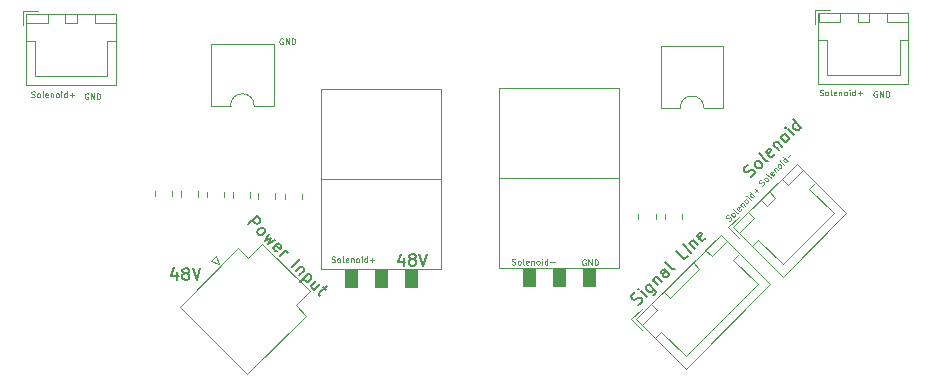
<source format=gbr>
%TF.GenerationSoftware,KiCad,Pcbnew,7.0.9*%
%TF.CreationDate,2024-12-16T15:20:58+09:00*%
%TF.ProjectId,kicker,6b69636b-6572-42e6-9b69-6361645f7063,rev?*%
%TF.SameCoordinates,Original*%
%TF.FileFunction,Legend,Top*%
%TF.FilePolarity,Positive*%
%FSLAX46Y46*%
G04 Gerber Fmt 4.6, Leading zero omitted, Abs format (unit mm)*
G04 Created by KiCad (PCBNEW 7.0.9) date 2024-12-16 15:20:58*
%MOMM*%
%LPD*%
G01*
G04 APERTURE LIST*
%ADD10C,0.125000*%
%ADD11C,0.150000*%
%ADD12C,0.120000*%
G04 APERTURE END LIST*
D10*
X193609047Y-73688619D02*
X193561428Y-73664809D01*
X193561428Y-73664809D02*
X193489999Y-73664809D01*
X193489999Y-73664809D02*
X193418571Y-73688619D01*
X193418571Y-73688619D02*
X193370952Y-73736238D01*
X193370952Y-73736238D02*
X193347142Y-73783857D01*
X193347142Y-73783857D02*
X193323333Y-73879095D01*
X193323333Y-73879095D02*
X193323333Y-73950523D01*
X193323333Y-73950523D02*
X193347142Y-74045761D01*
X193347142Y-74045761D02*
X193370952Y-74093380D01*
X193370952Y-74093380D02*
X193418571Y-74141000D01*
X193418571Y-74141000D02*
X193489999Y-74164809D01*
X193489999Y-74164809D02*
X193537618Y-74164809D01*
X193537618Y-74164809D02*
X193609047Y-74141000D01*
X193609047Y-74141000D02*
X193632856Y-74117190D01*
X193632856Y-74117190D02*
X193632856Y-73950523D01*
X193632856Y-73950523D02*
X193537618Y-73950523D01*
X193847142Y-74164809D02*
X193847142Y-73664809D01*
X193847142Y-73664809D02*
X194132856Y-74164809D01*
X194132856Y-74164809D02*
X194132856Y-73664809D01*
X194370952Y-74164809D02*
X194370952Y-73664809D01*
X194370952Y-73664809D02*
X194490000Y-73664809D01*
X194490000Y-73664809D02*
X194561428Y-73688619D01*
X194561428Y-73688619D02*
X194609047Y-73736238D01*
X194609047Y-73736238D02*
X194632857Y-73783857D01*
X194632857Y-73783857D02*
X194656666Y-73879095D01*
X194656666Y-73879095D02*
X194656666Y-73950523D01*
X194656666Y-73950523D02*
X194632857Y-74045761D01*
X194632857Y-74045761D02*
X194609047Y-74093380D01*
X194609047Y-74093380D02*
X194561428Y-74141000D01*
X194561428Y-74141000D02*
X194490000Y-74164809D01*
X194490000Y-74164809D02*
X194370952Y-74164809D01*
D11*
X178195714Y-73558152D02*
X178195714Y-74224819D01*
X177957619Y-73177200D02*
X177719524Y-73891485D01*
X177719524Y-73891485D02*
X178338571Y-73891485D01*
X178862381Y-73653390D02*
X178767143Y-73605771D01*
X178767143Y-73605771D02*
X178719524Y-73558152D01*
X178719524Y-73558152D02*
X178671905Y-73462914D01*
X178671905Y-73462914D02*
X178671905Y-73415295D01*
X178671905Y-73415295D02*
X178719524Y-73320057D01*
X178719524Y-73320057D02*
X178767143Y-73272438D01*
X178767143Y-73272438D02*
X178862381Y-73224819D01*
X178862381Y-73224819D02*
X179052857Y-73224819D01*
X179052857Y-73224819D02*
X179148095Y-73272438D01*
X179148095Y-73272438D02*
X179195714Y-73320057D01*
X179195714Y-73320057D02*
X179243333Y-73415295D01*
X179243333Y-73415295D02*
X179243333Y-73462914D01*
X179243333Y-73462914D02*
X179195714Y-73558152D01*
X179195714Y-73558152D02*
X179148095Y-73605771D01*
X179148095Y-73605771D02*
X179052857Y-73653390D01*
X179052857Y-73653390D02*
X178862381Y-73653390D01*
X178862381Y-73653390D02*
X178767143Y-73701009D01*
X178767143Y-73701009D02*
X178719524Y-73748628D01*
X178719524Y-73748628D02*
X178671905Y-73843866D01*
X178671905Y-73843866D02*
X178671905Y-74034342D01*
X178671905Y-74034342D02*
X178719524Y-74129580D01*
X178719524Y-74129580D02*
X178767143Y-74177200D01*
X178767143Y-74177200D02*
X178862381Y-74224819D01*
X178862381Y-74224819D02*
X179052857Y-74224819D01*
X179052857Y-74224819D02*
X179148095Y-74177200D01*
X179148095Y-74177200D02*
X179195714Y-74129580D01*
X179195714Y-74129580D02*
X179243333Y-74034342D01*
X179243333Y-74034342D02*
X179243333Y-73843866D01*
X179243333Y-73843866D02*
X179195714Y-73748628D01*
X179195714Y-73748628D02*
X179148095Y-73701009D01*
X179148095Y-73701009D02*
X179052857Y-73653390D01*
X179529048Y-73224819D02*
X179862381Y-74224819D01*
X179862381Y-74224819D02*
X180195714Y-73224819D01*
D10*
X167969047Y-54988619D02*
X167921428Y-54964809D01*
X167921428Y-54964809D02*
X167849999Y-54964809D01*
X167849999Y-54964809D02*
X167778571Y-54988619D01*
X167778571Y-54988619D02*
X167730952Y-55036238D01*
X167730952Y-55036238D02*
X167707142Y-55083857D01*
X167707142Y-55083857D02*
X167683333Y-55179095D01*
X167683333Y-55179095D02*
X167683333Y-55250523D01*
X167683333Y-55250523D02*
X167707142Y-55345761D01*
X167707142Y-55345761D02*
X167730952Y-55393380D01*
X167730952Y-55393380D02*
X167778571Y-55441000D01*
X167778571Y-55441000D02*
X167849999Y-55464809D01*
X167849999Y-55464809D02*
X167897618Y-55464809D01*
X167897618Y-55464809D02*
X167969047Y-55441000D01*
X167969047Y-55441000D02*
X167992856Y-55417190D01*
X167992856Y-55417190D02*
X167992856Y-55250523D01*
X167992856Y-55250523D02*
X167897618Y-55250523D01*
X168207142Y-55464809D02*
X168207142Y-54964809D01*
X168207142Y-54964809D02*
X168492856Y-55464809D01*
X168492856Y-55464809D02*
X168492856Y-54964809D01*
X168730952Y-55464809D02*
X168730952Y-54964809D01*
X168730952Y-54964809D02*
X168850000Y-54964809D01*
X168850000Y-54964809D02*
X168921428Y-54988619D01*
X168921428Y-54988619D02*
X168969047Y-55036238D01*
X168969047Y-55036238D02*
X168992857Y-55083857D01*
X168992857Y-55083857D02*
X169016666Y-55179095D01*
X169016666Y-55179095D02*
X169016666Y-55250523D01*
X169016666Y-55250523D02*
X168992857Y-55345761D01*
X168992857Y-55345761D02*
X168969047Y-55393380D01*
X168969047Y-55393380D02*
X168921428Y-55441000D01*
X168921428Y-55441000D02*
X168850000Y-55464809D01*
X168850000Y-55464809D02*
X168730952Y-55464809D01*
X146688572Y-59918500D02*
X146760000Y-59942309D01*
X146760000Y-59942309D02*
X146879048Y-59942309D01*
X146879048Y-59942309D02*
X146926667Y-59918500D01*
X146926667Y-59918500D02*
X146950476Y-59894690D01*
X146950476Y-59894690D02*
X146974286Y-59847071D01*
X146974286Y-59847071D02*
X146974286Y-59799452D01*
X146974286Y-59799452D02*
X146950476Y-59751833D01*
X146950476Y-59751833D02*
X146926667Y-59728023D01*
X146926667Y-59728023D02*
X146879048Y-59704214D01*
X146879048Y-59704214D02*
X146783810Y-59680404D01*
X146783810Y-59680404D02*
X146736191Y-59656595D01*
X146736191Y-59656595D02*
X146712381Y-59632785D01*
X146712381Y-59632785D02*
X146688572Y-59585166D01*
X146688572Y-59585166D02*
X146688572Y-59537547D01*
X146688572Y-59537547D02*
X146712381Y-59489928D01*
X146712381Y-59489928D02*
X146736191Y-59466119D01*
X146736191Y-59466119D02*
X146783810Y-59442309D01*
X146783810Y-59442309D02*
X146902857Y-59442309D01*
X146902857Y-59442309D02*
X146974286Y-59466119D01*
X147260000Y-59942309D02*
X147212381Y-59918500D01*
X147212381Y-59918500D02*
X147188571Y-59894690D01*
X147188571Y-59894690D02*
X147164762Y-59847071D01*
X147164762Y-59847071D02*
X147164762Y-59704214D01*
X147164762Y-59704214D02*
X147188571Y-59656595D01*
X147188571Y-59656595D02*
X147212381Y-59632785D01*
X147212381Y-59632785D02*
X147260000Y-59608976D01*
X147260000Y-59608976D02*
X147331428Y-59608976D01*
X147331428Y-59608976D02*
X147379047Y-59632785D01*
X147379047Y-59632785D02*
X147402857Y-59656595D01*
X147402857Y-59656595D02*
X147426666Y-59704214D01*
X147426666Y-59704214D02*
X147426666Y-59847071D01*
X147426666Y-59847071D02*
X147402857Y-59894690D01*
X147402857Y-59894690D02*
X147379047Y-59918500D01*
X147379047Y-59918500D02*
X147331428Y-59942309D01*
X147331428Y-59942309D02*
X147260000Y-59942309D01*
X147712381Y-59942309D02*
X147664762Y-59918500D01*
X147664762Y-59918500D02*
X147640952Y-59870880D01*
X147640952Y-59870880D02*
X147640952Y-59442309D01*
X148093333Y-59918500D02*
X148045714Y-59942309D01*
X148045714Y-59942309D02*
X147950476Y-59942309D01*
X147950476Y-59942309D02*
X147902857Y-59918500D01*
X147902857Y-59918500D02*
X147879048Y-59870880D01*
X147879048Y-59870880D02*
X147879048Y-59680404D01*
X147879048Y-59680404D02*
X147902857Y-59632785D01*
X147902857Y-59632785D02*
X147950476Y-59608976D01*
X147950476Y-59608976D02*
X148045714Y-59608976D01*
X148045714Y-59608976D02*
X148093333Y-59632785D01*
X148093333Y-59632785D02*
X148117143Y-59680404D01*
X148117143Y-59680404D02*
X148117143Y-59728023D01*
X148117143Y-59728023D02*
X147879048Y-59775642D01*
X148331428Y-59608976D02*
X148331428Y-59942309D01*
X148331428Y-59656595D02*
X148355238Y-59632785D01*
X148355238Y-59632785D02*
X148402857Y-59608976D01*
X148402857Y-59608976D02*
X148474285Y-59608976D01*
X148474285Y-59608976D02*
X148521904Y-59632785D01*
X148521904Y-59632785D02*
X148545714Y-59680404D01*
X148545714Y-59680404D02*
X148545714Y-59942309D01*
X148855238Y-59942309D02*
X148807619Y-59918500D01*
X148807619Y-59918500D02*
X148783809Y-59894690D01*
X148783809Y-59894690D02*
X148760000Y-59847071D01*
X148760000Y-59847071D02*
X148760000Y-59704214D01*
X148760000Y-59704214D02*
X148783809Y-59656595D01*
X148783809Y-59656595D02*
X148807619Y-59632785D01*
X148807619Y-59632785D02*
X148855238Y-59608976D01*
X148855238Y-59608976D02*
X148926666Y-59608976D01*
X148926666Y-59608976D02*
X148974285Y-59632785D01*
X148974285Y-59632785D02*
X148998095Y-59656595D01*
X148998095Y-59656595D02*
X149021904Y-59704214D01*
X149021904Y-59704214D02*
X149021904Y-59847071D01*
X149021904Y-59847071D02*
X148998095Y-59894690D01*
X148998095Y-59894690D02*
X148974285Y-59918500D01*
X148974285Y-59918500D02*
X148926666Y-59942309D01*
X148926666Y-59942309D02*
X148855238Y-59942309D01*
X149236190Y-59942309D02*
X149236190Y-59608976D01*
X149236190Y-59442309D02*
X149212381Y-59466119D01*
X149212381Y-59466119D02*
X149236190Y-59489928D01*
X149236190Y-59489928D02*
X149260000Y-59466119D01*
X149260000Y-59466119D02*
X149236190Y-59442309D01*
X149236190Y-59442309D02*
X149236190Y-59489928D01*
X149688571Y-59942309D02*
X149688571Y-59442309D01*
X149688571Y-59918500D02*
X149640952Y-59942309D01*
X149640952Y-59942309D02*
X149545714Y-59942309D01*
X149545714Y-59942309D02*
X149498095Y-59918500D01*
X149498095Y-59918500D02*
X149474285Y-59894690D01*
X149474285Y-59894690D02*
X149450476Y-59847071D01*
X149450476Y-59847071D02*
X149450476Y-59704214D01*
X149450476Y-59704214D02*
X149474285Y-59656595D01*
X149474285Y-59656595D02*
X149498095Y-59632785D01*
X149498095Y-59632785D02*
X149545714Y-59608976D01*
X149545714Y-59608976D02*
X149640952Y-59608976D01*
X149640952Y-59608976D02*
X149688571Y-59632785D01*
X149926666Y-59751833D02*
X150307619Y-59751833D01*
X150117142Y-59942309D02*
X150117142Y-59561357D01*
D11*
X198045835Y-77520032D02*
X198180522Y-77452689D01*
X198180522Y-77452689D02*
X198348880Y-77284330D01*
X198348880Y-77284330D02*
X198382552Y-77183315D01*
X198382552Y-77183315D02*
X198382552Y-77115971D01*
X198382552Y-77115971D02*
X198348880Y-77014956D01*
X198348880Y-77014956D02*
X198281537Y-76947612D01*
X198281537Y-76947612D02*
X198180522Y-76913941D01*
X198180522Y-76913941D02*
X198113178Y-76913941D01*
X198113178Y-76913941D02*
X198012163Y-76947612D01*
X198012163Y-76947612D02*
X197843804Y-77048628D01*
X197843804Y-77048628D02*
X197742789Y-77082299D01*
X197742789Y-77082299D02*
X197675445Y-77082299D01*
X197675445Y-77082299D02*
X197574430Y-77048628D01*
X197574430Y-77048628D02*
X197507087Y-76981284D01*
X197507087Y-76981284D02*
X197473415Y-76880269D01*
X197473415Y-76880269D02*
X197473415Y-76812925D01*
X197473415Y-76812925D02*
X197507087Y-76711910D01*
X197507087Y-76711910D02*
X197675445Y-76543551D01*
X197675445Y-76543551D02*
X197810132Y-76476208D01*
X198786613Y-76846597D02*
X198315209Y-76375193D01*
X198079506Y-76139490D02*
X198079506Y-76206834D01*
X198079506Y-76206834D02*
X198146850Y-76206834D01*
X198146850Y-76206834D02*
X198146850Y-76139490D01*
X198146850Y-76139490D02*
X198079506Y-76139490D01*
X198079506Y-76139490D02*
X198146850Y-76206834D01*
X198954972Y-75735430D02*
X199527391Y-76307849D01*
X199527391Y-76307849D02*
X199561063Y-76408865D01*
X199561063Y-76408865D02*
X199561063Y-76476208D01*
X199561063Y-76476208D02*
X199527391Y-76577223D01*
X199527391Y-76577223D02*
X199426376Y-76678239D01*
X199426376Y-76678239D02*
X199325361Y-76711910D01*
X199392704Y-76173162D02*
X199359033Y-76274178D01*
X199359033Y-76274178D02*
X199224346Y-76408865D01*
X199224346Y-76408865D02*
X199123330Y-76442536D01*
X199123330Y-76442536D02*
X199055987Y-76442536D01*
X199055987Y-76442536D02*
X198954972Y-76408865D01*
X198954972Y-76408865D02*
X198752941Y-76206834D01*
X198752941Y-76206834D02*
X198719269Y-76105819D01*
X198719269Y-76105819D02*
X198719269Y-76038475D01*
X198719269Y-76038475D02*
X198752941Y-75937460D01*
X198752941Y-75937460D02*
X198887628Y-75802773D01*
X198887628Y-75802773D02*
X198988643Y-75769101D01*
X199291689Y-75398712D02*
X199763094Y-75870117D01*
X199359033Y-75466055D02*
X199359033Y-75398712D01*
X199359033Y-75398712D02*
X199392704Y-75297697D01*
X199392704Y-75297697D02*
X199493720Y-75196681D01*
X199493720Y-75196681D02*
X199594735Y-75163010D01*
X199594735Y-75163010D02*
X199695750Y-75196681D01*
X199695750Y-75196681D02*
X200066140Y-75567071D01*
X200705903Y-74927307D02*
X200335514Y-74556918D01*
X200335514Y-74556918D02*
X200234498Y-74523246D01*
X200234498Y-74523246D02*
X200133483Y-74556918D01*
X200133483Y-74556918D02*
X199998796Y-74691605D01*
X199998796Y-74691605D02*
X199965124Y-74792620D01*
X200672231Y-74893636D02*
X200638559Y-74994651D01*
X200638559Y-74994651D02*
X200470201Y-75163010D01*
X200470201Y-75163010D02*
X200369185Y-75196681D01*
X200369185Y-75196681D02*
X200268170Y-75163010D01*
X200268170Y-75163010D02*
X200200827Y-75095666D01*
X200200827Y-75095666D02*
X200167155Y-74994651D01*
X200167155Y-74994651D02*
X200200827Y-74893636D01*
X200200827Y-74893636D02*
X200369185Y-74725277D01*
X200369185Y-74725277D02*
X200402857Y-74624262D01*
X201143636Y-74489575D02*
X201042620Y-74523246D01*
X201042620Y-74523246D02*
X200941605Y-74489575D01*
X200941605Y-74489575D02*
X200335514Y-73883483D01*
X202288476Y-73344735D02*
X201951758Y-73681452D01*
X201951758Y-73681452D02*
X201244651Y-72974345D01*
X202524178Y-73109032D02*
X201817071Y-72401925D01*
X202389491Y-72300910D02*
X202860895Y-72772315D01*
X202456834Y-72368254D02*
X202456834Y-72300910D01*
X202456834Y-72300910D02*
X202490506Y-72199895D01*
X202490506Y-72199895D02*
X202591521Y-72098880D01*
X202591521Y-72098880D02*
X202692537Y-72065208D01*
X202692537Y-72065208D02*
X202793552Y-72098880D01*
X202793552Y-72098880D02*
X203163941Y-72469269D01*
X203736361Y-71829506D02*
X203702689Y-71930521D01*
X203702689Y-71930521D02*
X203568002Y-72065208D01*
X203568002Y-72065208D02*
X203466987Y-72098880D01*
X203466987Y-72098880D02*
X203365972Y-72065208D01*
X203365972Y-72065208D02*
X203096598Y-71795834D01*
X203096598Y-71795834D02*
X203062926Y-71694819D01*
X203062926Y-71694819D02*
X203096598Y-71593804D01*
X203096598Y-71593804D02*
X203231285Y-71459117D01*
X203231285Y-71459117D02*
X203332300Y-71425445D01*
X203332300Y-71425445D02*
X203433315Y-71459117D01*
X203433315Y-71459117D02*
X203500659Y-71526460D01*
X203500659Y-71526460D02*
X203231285Y-71930521D01*
X165051608Y-70674819D02*
X165758714Y-69967712D01*
X165758714Y-69967712D02*
X166028088Y-70237086D01*
X166028088Y-70237086D02*
X166061760Y-70338101D01*
X166061760Y-70338101D02*
X166061760Y-70405445D01*
X166061760Y-70405445D02*
X166028088Y-70506460D01*
X166028088Y-70506460D02*
X165927073Y-70607475D01*
X165927073Y-70607475D02*
X165826058Y-70641147D01*
X165826058Y-70641147D02*
X165758714Y-70641147D01*
X165758714Y-70641147D02*
X165657699Y-70607475D01*
X165657699Y-70607475D02*
X165388325Y-70338101D01*
X165859730Y-71482941D02*
X165826058Y-71381926D01*
X165826058Y-71381926D02*
X165826058Y-71314582D01*
X165826058Y-71314582D02*
X165859730Y-71213567D01*
X165859730Y-71213567D02*
X166061760Y-71011536D01*
X166061760Y-71011536D02*
X166162775Y-70977865D01*
X166162775Y-70977865D02*
X166230119Y-70977865D01*
X166230119Y-70977865D02*
X166331134Y-71011536D01*
X166331134Y-71011536D02*
X166432149Y-71112552D01*
X166432149Y-71112552D02*
X166465821Y-71213567D01*
X166465821Y-71213567D02*
X166465821Y-71280910D01*
X166465821Y-71280910D02*
X166432149Y-71381926D01*
X166432149Y-71381926D02*
X166230119Y-71583956D01*
X166230119Y-71583956D02*
X166129104Y-71617628D01*
X166129104Y-71617628D02*
X166061760Y-71617628D01*
X166061760Y-71617628D02*
X165960745Y-71583956D01*
X165960745Y-71583956D02*
X165859730Y-71482941D01*
X166802539Y-71482941D02*
X166465821Y-72089033D01*
X166465821Y-72089033D02*
X166937226Y-71887002D01*
X166937226Y-71887002D02*
X166735195Y-72358407D01*
X166735195Y-72358407D02*
X167341287Y-72021689D01*
X167442302Y-72998170D02*
X167341287Y-72964498D01*
X167341287Y-72964498D02*
X167206600Y-72829811D01*
X167206600Y-72829811D02*
X167172928Y-72728796D01*
X167172928Y-72728796D02*
X167206600Y-72627781D01*
X167206600Y-72627781D02*
X167475974Y-72358406D01*
X167475974Y-72358406D02*
X167576989Y-72324735D01*
X167576989Y-72324735D02*
X167678004Y-72358406D01*
X167678004Y-72358406D02*
X167812691Y-72493093D01*
X167812691Y-72493093D02*
X167846363Y-72594109D01*
X167846363Y-72594109D02*
X167812691Y-72695124D01*
X167812691Y-72695124D02*
X167745348Y-72762468D01*
X167745348Y-72762468D02*
X167341287Y-72493093D01*
X167745348Y-73368559D02*
X168216752Y-72897155D01*
X168082065Y-73031842D02*
X168183081Y-72998170D01*
X168183081Y-72998170D02*
X168250424Y-72998170D01*
X168250424Y-72998170D02*
X168351439Y-73031842D01*
X168351439Y-73031842D02*
X168418783Y-73099185D01*
X168721829Y-74345040D02*
X169428936Y-73637934D01*
X169529951Y-74210353D02*
X169058546Y-74681758D01*
X169462607Y-74277697D02*
X169529951Y-74277697D01*
X169529951Y-74277697D02*
X169630966Y-74311368D01*
X169630966Y-74311368D02*
X169731981Y-74412384D01*
X169731981Y-74412384D02*
X169765653Y-74513399D01*
X169765653Y-74513399D02*
X169731981Y-74614414D01*
X169731981Y-74614414D02*
X169361592Y-74984803D01*
X170169714Y-74850116D02*
X169462607Y-75557223D01*
X170136042Y-74883788D02*
X170237058Y-74917460D01*
X170237058Y-74917460D02*
X170371745Y-75052147D01*
X170371745Y-75052147D02*
X170405416Y-75153162D01*
X170405416Y-75153162D02*
X170405416Y-75220506D01*
X170405416Y-75220506D02*
X170371745Y-75321521D01*
X170371745Y-75321521D02*
X170169714Y-75523551D01*
X170169714Y-75523551D02*
X170068699Y-75557223D01*
X170068699Y-75557223D02*
X170001355Y-75557223D01*
X170001355Y-75557223D02*
X169900340Y-75523551D01*
X169900340Y-75523551D02*
X169765653Y-75388864D01*
X169765653Y-75388864D02*
X169731981Y-75287849D01*
X171112523Y-75792925D02*
X170641119Y-76264330D01*
X170809477Y-75489880D02*
X170439088Y-75860269D01*
X170439088Y-75860269D02*
X170405416Y-75961284D01*
X170405416Y-75961284D02*
X170439088Y-76062299D01*
X170439088Y-76062299D02*
X170540103Y-76163315D01*
X170540103Y-76163315D02*
X170641119Y-76196986D01*
X170641119Y-76196986D02*
X170708462Y-76196986D01*
X171348226Y-76028628D02*
X171617600Y-76298002D01*
X171684943Y-75893941D02*
X171078852Y-76500032D01*
X171078852Y-76500032D02*
X171045180Y-76601048D01*
X171045180Y-76601048D02*
X171078852Y-76702063D01*
X171078852Y-76702063D02*
X171146195Y-76769406D01*
D10*
X213418572Y-59768500D02*
X213490000Y-59792309D01*
X213490000Y-59792309D02*
X213609048Y-59792309D01*
X213609048Y-59792309D02*
X213656667Y-59768500D01*
X213656667Y-59768500D02*
X213680476Y-59744690D01*
X213680476Y-59744690D02*
X213704286Y-59697071D01*
X213704286Y-59697071D02*
X213704286Y-59649452D01*
X213704286Y-59649452D02*
X213680476Y-59601833D01*
X213680476Y-59601833D02*
X213656667Y-59578023D01*
X213656667Y-59578023D02*
X213609048Y-59554214D01*
X213609048Y-59554214D02*
X213513810Y-59530404D01*
X213513810Y-59530404D02*
X213466191Y-59506595D01*
X213466191Y-59506595D02*
X213442381Y-59482785D01*
X213442381Y-59482785D02*
X213418572Y-59435166D01*
X213418572Y-59435166D02*
X213418572Y-59387547D01*
X213418572Y-59387547D02*
X213442381Y-59339928D01*
X213442381Y-59339928D02*
X213466191Y-59316119D01*
X213466191Y-59316119D02*
X213513810Y-59292309D01*
X213513810Y-59292309D02*
X213632857Y-59292309D01*
X213632857Y-59292309D02*
X213704286Y-59316119D01*
X213990000Y-59792309D02*
X213942381Y-59768500D01*
X213942381Y-59768500D02*
X213918571Y-59744690D01*
X213918571Y-59744690D02*
X213894762Y-59697071D01*
X213894762Y-59697071D02*
X213894762Y-59554214D01*
X213894762Y-59554214D02*
X213918571Y-59506595D01*
X213918571Y-59506595D02*
X213942381Y-59482785D01*
X213942381Y-59482785D02*
X213990000Y-59458976D01*
X213990000Y-59458976D02*
X214061428Y-59458976D01*
X214061428Y-59458976D02*
X214109047Y-59482785D01*
X214109047Y-59482785D02*
X214132857Y-59506595D01*
X214132857Y-59506595D02*
X214156666Y-59554214D01*
X214156666Y-59554214D02*
X214156666Y-59697071D01*
X214156666Y-59697071D02*
X214132857Y-59744690D01*
X214132857Y-59744690D02*
X214109047Y-59768500D01*
X214109047Y-59768500D02*
X214061428Y-59792309D01*
X214061428Y-59792309D02*
X213990000Y-59792309D01*
X214442381Y-59792309D02*
X214394762Y-59768500D01*
X214394762Y-59768500D02*
X214370952Y-59720880D01*
X214370952Y-59720880D02*
X214370952Y-59292309D01*
X214823333Y-59768500D02*
X214775714Y-59792309D01*
X214775714Y-59792309D02*
X214680476Y-59792309D01*
X214680476Y-59792309D02*
X214632857Y-59768500D01*
X214632857Y-59768500D02*
X214609048Y-59720880D01*
X214609048Y-59720880D02*
X214609048Y-59530404D01*
X214609048Y-59530404D02*
X214632857Y-59482785D01*
X214632857Y-59482785D02*
X214680476Y-59458976D01*
X214680476Y-59458976D02*
X214775714Y-59458976D01*
X214775714Y-59458976D02*
X214823333Y-59482785D01*
X214823333Y-59482785D02*
X214847143Y-59530404D01*
X214847143Y-59530404D02*
X214847143Y-59578023D01*
X214847143Y-59578023D02*
X214609048Y-59625642D01*
X215061428Y-59458976D02*
X215061428Y-59792309D01*
X215061428Y-59506595D02*
X215085238Y-59482785D01*
X215085238Y-59482785D02*
X215132857Y-59458976D01*
X215132857Y-59458976D02*
X215204285Y-59458976D01*
X215204285Y-59458976D02*
X215251904Y-59482785D01*
X215251904Y-59482785D02*
X215275714Y-59530404D01*
X215275714Y-59530404D02*
X215275714Y-59792309D01*
X215585238Y-59792309D02*
X215537619Y-59768500D01*
X215537619Y-59768500D02*
X215513809Y-59744690D01*
X215513809Y-59744690D02*
X215490000Y-59697071D01*
X215490000Y-59697071D02*
X215490000Y-59554214D01*
X215490000Y-59554214D02*
X215513809Y-59506595D01*
X215513809Y-59506595D02*
X215537619Y-59482785D01*
X215537619Y-59482785D02*
X215585238Y-59458976D01*
X215585238Y-59458976D02*
X215656666Y-59458976D01*
X215656666Y-59458976D02*
X215704285Y-59482785D01*
X215704285Y-59482785D02*
X215728095Y-59506595D01*
X215728095Y-59506595D02*
X215751904Y-59554214D01*
X215751904Y-59554214D02*
X215751904Y-59697071D01*
X215751904Y-59697071D02*
X215728095Y-59744690D01*
X215728095Y-59744690D02*
X215704285Y-59768500D01*
X215704285Y-59768500D02*
X215656666Y-59792309D01*
X215656666Y-59792309D02*
X215585238Y-59792309D01*
X215966190Y-59792309D02*
X215966190Y-59458976D01*
X215966190Y-59292309D02*
X215942381Y-59316119D01*
X215942381Y-59316119D02*
X215966190Y-59339928D01*
X215966190Y-59339928D02*
X215990000Y-59316119D01*
X215990000Y-59316119D02*
X215966190Y-59292309D01*
X215966190Y-59292309D02*
X215966190Y-59339928D01*
X216418571Y-59792309D02*
X216418571Y-59292309D01*
X216418571Y-59768500D02*
X216370952Y-59792309D01*
X216370952Y-59792309D02*
X216275714Y-59792309D01*
X216275714Y-59792309D02*
X216228095Y-59768500D01*
X216228095Y-59768500D02*
X216204285Y-59744690D01*
X216204285Y-59744690D02*
X216180476Y-59697071D01*
X216180476Y-59697071D02*
X216180476Y-59554214D01*
X216180476Y-59554214D02*
X216204285Y-59506595D01*
X216204285Y-59506595D02*
X216228095Y-59482785D01*
X216228095Y-59482785D02*
X216275714Y-59458976D01*
X216275714Y-59458976D02*
X216370952Y-59458976D01*
X216370952Y-59458976D02*
X216418571Y-59482785D01*
X216656666Y-59601833D02*
X217037619Y-59601833D01*
X216847142Y-59792309D02*
X216847142Y-59411357D01*
X208579574Y-67435462D02*
X208646917Y-67401790D01*
X208646917Y-67401790D02*
X208731097Y-67317611D01*
X208731097Y-67317611D02*
X208747933Y-67267103D01*
X208747933Y-67267103D02*
X208747933Y-67233431D01*
X208747933Y-67233431D02*
X208731097Y-67182924D01*
X208731097Y-67182924D02*
X208697425Y-67149252D01*
X208697425Y-67149252D02*
X208646917Y-67132416D01*
X208646917Y-67132416D02*
X208613246Y-67132416D01*
X208613246Y-67132416D02*
X208562738Y-67149252D01*
X208562738Y-67149252D02*
X208478559Y-67199760D01*
X208478559Y-67199760D02*
X208428051Y-67216596D01*
X208428051Y-67216596D02*
X208394379Y-67216596D01*
X208394379Y-67216596D02*
X208343872Y-67199760D01*
X208343872Y-67199760D02*
X208310200Y-67166088D01*
X208310200Y-67166088D02*
X208293364Y-67115580D01*
X208293364Y-67115580D02*
X208293364Y-67081909D01*
X208293364Y-67081909D02*
X208310200Y-67031401D01*
X208310200Y-67031401D02*
X208394379Y-66947222D01*
X208394379Y-66947222D02*
X208461723Y-66913550D01*
X209000470Y-67048237D02*
X208949963Y-67065073D01*
X208949963Y-67065073D02*
X208916291Y-67065073D01*
X208916291Y-67065073D02*
X208865783Y-67048237D01*
X208865783Y-67048237D02*
X208764768Y-66947222D01*
X208764768Y-66947222D02*
X208747932Y-66896714D01*
X208747932Y-66896714D02*
X208747932Y-66863043D01*
X208747932Y-66863043D02*
X208764768Y-66812535D01*
X208764768Y-66812535D02*
X208815276Y-66762027D01*
X208815276Y-66762027D02*
X208865783Y-66745191D01*
X208865783Y-66745191D02*
X208899455Y-66745191D01*
X208899455Y-66745191D02*
X208949963Y-66762027D01*
X208949963Y-66762027D02*
X209050978Y-66863043D01*
X209050978Y-66863043D02*
X209067814Y-66913550D01*
X209067814Y-66913550D02*
X209067814Y-66947222D01*
X209067814Y-66947222D02*
X209050978Y-66997730D01*
X209050978Y-66997730D02*
X209000470Y-67048237D01*
X209320352Y-66728356D02*
X209269845Y-66745191D01*
X209269845Y-66745191D02*
X209219337Y-66728356D01*
X209219337Y-66728356D02*
X208916291Y-66425310D01*
X209572890Y-66442145D02*
X209556055Y-66492653D01*
X209556055Y-66492653D02*
X209488711Y-66559997D01*
X209488711Y-66559997D02*
X209438203Y-66576832D01*
X209438203Y-66576832D02*
X209387696Y-66559997D01*
X209387696Y-66559997D02*
X209253009Y-66425310D01*
X209253009Y-66425310D02*
X209236173Y-66374802D01*
X209236173Y-66374802D02*
X209253009Y-66324294D01*
X209253009Y-66324294D02*
X209320352Y-66256951D01*
X209320352Y-66256951D02*
X209370860Y-66240115D01*
X209370860Y-66240115D02*
X209421368Y-66256951D01*
X209421368Y-66256951D02*
X209455039Y-66290623D01*
X209455039Y-66290623D02*
X209320352Y-66492653D01*
X209522383Y-66054921D02*
X209758085Y-66290623D01*
X209556054Y-66088592D02*
X209556054Y-66054921D01*
X209556054Y-66054921D02*
X209572890Y-66004413D01*
X209572890Y-66004413D02*
X209623398Y-65953905D01*
X209623398Y-65953905D02*
X209673905Y-65937069D01*
X209673905Y-65937069D02*
X209724413Y-65953905D01*
X209724413Y-65953905D02*
X209909608Y-66139100D01*
X210128474Y-65920234D02*
X210077966Y-65937069D01*
X210077966Y-65937069D02*
X210044295Y-65937069D01*
X210044295Y-65937069D02*
X209993787Y-65920234D01*
X209993787Y-65920234D02*
X209892772Y-65819218D01*
X209892772Y-65819218D02*
X209875936Y-65768711D01*
X209875936Y-65768711D02*
X209875936Y-65735039D01*
X209875936Y-65735039D02*
X209892772Y-65684531D01*
X209892772Y-65684531D02*
X209943279Y-65634024D01*
X209943279Y-65634024D02*
X209993787Y-65617188D01*
X209993787Y-65617188D02*
X210027459Y-65617188D01*
X210027459Y-65617188D02*
X210077966Y-65634024D01*
X210077966Y-65634024D02*
X210178982Y-65735039D01*
X210178982Y-65735039D02*
X210195818Y-65785547D01*
X210195818Y-65785547D02*
X210195818Y-65819218D01*
X210195818Y-65819218D02*
X210178982Y-65869726D01*
X210178982Y-65869726D02*
X210128474Y-65920234D01*
X210397848Y-65650860D02*
X210162146Y-65415157D01*
X210044295Y-65297306D02*
X210044295Y-65330978D01*
X210044295Y-65330978D02*
X210077967Y-65330978D01*
X210077967Y-65330978D02*
X210077967Y-65297306D01*
X210077967Y-65297306D02*
X210044295Y-65297306D01*
X210044295Y-65297306D02*
X210077967Y-65330978D01*
X210717730Y-65330978D02*
X210364176Y-64977425D01*
X210700894Y-65314142D02*
X210684058Y-65364650D01*
X210684058Y-65364650D02*
X210616714Y-65431993D01*
X210616714Y-65431993D02*
X210566207Y-65448829D01*
X210566207Y-65448829D02*
X210532535Y-65448829D01*
X210532535Y-65448829D02*
X210482027Y-65431993D01*
X210482027Y-65431993D02*
X210381012Y-65330978D01*
X210381012Y-65330978D02*
X210364176Y-65280470D01*
X210364176Y-65280470D02*
X210364176Y-65246799D01*
X210364176Y-65246799D02*
X210381012Y-65196291D01*
X210381012Y-65196291D02*
X210448356Y-65128948D01*
X210448356Y-65128948D02*
X210498863Y-65112112D01*
X210751401Y-65027932D02*
X211020775Y-64758558D01*
X218269047Y-59448619D02*
X218221428Y-59424809D01*
X218221428Y-59424809D02*
X218149999Y-59424809D01*
X218149999Y-59424809D02*
X218078571Y-59448619D01*
X218078571Y-59448619D02*
X218030952Y-59496238D01*
X218030952Y-59496238D02*
X218007142Y-59543857D01*
X218007142Y-59543857D02*
X217983333Y-59639095D01*
X217983333Y-59639095D02*
X217983333Y-59710523D01*
X217983333Y-59710523D02*
X218007142Y-59805761D01*
X218007142Y-59805761D02*
X218030952Y-59853380D01*
X218030952Y-59853380D02*
X218078571Y-59901000D01*
X218078571Y-59901000D02*
X218149999Y-59924809D01*
X218149999Y-59924809D02*
X218197618Y-59924809D01*
X218197618Y-59924809D02*
X218269047Y-59901000D01*
X218269047Y-59901000D02*
X218292856Y-59877190D01*
X218292856Y-59877190D02*
X218292856Y-59710523D01*
X218292856Y-59710523D02*
X218197618Y-59710523D01*
X218507142Y-59924809D02*
X218507142Y-59424809D01*
X218507142Y-59424809D02*
X218792856Y-59924809D01*
X218792856Y-59924809D02*
X218792856Y-59424809D01*
X219030952Y-59924809D02*
X219030952Y-59424809D01*
X219030952Y-59424809D02*
X219150000Y-59424809D01*
X219150000Y-59424809D02*
X219221428Y-59448619D01*
X219221428Y-59448619D02*
X219269047Y-59496238D01*
X219269047Y-59496238D02*
X219292857Y-59543857D01*
X219292857Y-59543857D02*
X219316666Y-59639095D01*
X219316666Y-59639095D02*
X219316666Y-59710523D01*
X219316666Y-59710523D02*
X219292857Y-59805761D01*
X219292857Y-59805761D02*
X219269047Y-59853380D01*
X219269047Y-59853380D02*
X219221428Y-59901000D01*
X219221428Y-59901000D02*
X219150000Y-59924809D01*
X219150000Y-59924809D02*
X219030952Y-59924809D01*
X187378572Y-74088500D02*
X187450000Y-74112309D01*
X187450000Y-74112309D02*
X187569048Y-74112309D01*
X187569048Y-74112309D02*
X187616667Y-74088500D01*
X187616667Y-74088500D02*
X187640476Y-74064690D01*
X187640476Y-74064690D02*
X187664286Y-74017071D01*
X187664286Y-74017071D02*
X187664286Y-73969452D01*
X187664286Y-73969452D02*
X187640476Y-73921833D01*
X187640476Y-73921833D02*
X187616667Y-73898023D01*
X187616667Y-73898023D02*
X187569048Y-73874214D01*
X187569048Y-73874214D02*
X187473810Y-73850404D01*
X187473810Y-73850404D02*
X187426191Y-73826595D01*
X187426191Y-73826595D02*
X187402381Y-73802785D01*
X187402381Y-73802785D02*
X187378572Y-73755166D01*
X187378572Y-73755166D02*
X187378572Y-73707547D01*
X187378572Y-73707547D02*
X187402381Y-73659928D01*
X187402381Y-73659928D02*
X187426191Y-73636119D01*
X187426191Y-73636119D02*
X187473810Y-73612309D01*
X187473810Y-73612309D02*
X187592857Y-73612309D01*
X187592857Y-73612309D02*
X187664286Y-73636119D01*
X187950000Y-74112309D02*
X187902381Y-74088500D01*
X187902381Y-74088500D02*
X187878571Y-74064690D01*
X187878571Y-74064690D02*
X187854762Y-74017071D01*
X187854762Y-74017071D02*
X187854762Y-73874214D01*
X187854762Y-73874214D02*
X187878571Y-73826595D01*
X187878571Y-73826595D02*
X187902381Y-73802785D01*
X187902381Y-73802785D02*
X187950000Y-73778976D01*
X187950000Y-73778976D02*
X188021428Y-73778976D01*
X188021428Y-73778976D02*
X188069047Y-73802785D01*
X188069047Y-73802785D02*
X188092857Y-73826595D01*
X188092857Y-73826595D02*
X188116666Y-73874214D01*
X188116666Y-73874214D02*
X188116666Y-74017071D01*
X188116666Y-74017071D02*
X188092857Y-74064690D01*
X188092857Y-74064690D02*
X188069047Y-74088500D01*
X188069047Y-74088500D02*
X188021428Y-74112309D01*
X188021428Y-74112309D02*
X187950000Y-74112309D01*
X188402381Y-74112309D02*
X188354762Y-74088500D01*
X188354762Y-74088500D02*
X188330952Y-74040880D01*
X188330952Y-74040880D02*
X188330952Y-73612309D01*
X188783333Y-74088500D02*
X188735714Y-74112309D01*
X188735714Y-74112309D02*
X188640476Y-74112309D01*
X188640476Y-74112309D02*
X188592857Y-74088500D01*
X188592857Y-74088500D02*
X188569048Y-74040880D01*
X188569048Y-74040880D02*
X188569048Y-73850404D01*
X188569048Y-73850404D02*
X188592857Y-73802785D01*
X188592857Y-73802785D02*
X188640476Y-73778976D01*
X188640476Y-73778976D02*
X188735714Y-73778976D01*
X188735714Y-73778976D02*
X188783333Y-73802785D01*
X188783333Y-73802785D02*
X188807143Y-73850404D01*
X188807143Y-73850404D02*
X188807143Y-73898023D01*
X188807143Y-73898023D02*
X188569048Y-73945642D01*
X189021428Y-73778976D02*
X189021428Y-74112309D01*
X189021428Y-73826595D02*
X189045238Y-73802785D01*
X189045238Y-73802785D02*
X189092857Y-73778976D01*
X189092857Y-73778976D02*
X189164285Y-73778976D01*
X189164285Y-73778976D02*
X189211904Y-73802785D01*
X189211904Y-73802785D02*
X189235714Y-73850404D01*
X189235714Y-73850404D02*
X189235714Y-74112309D01*
X189545238Y-74112309D02*
X189497619Y-74088500D01*
X189497619Y-74088500D02*
X189473809Y-74064690D01*
X189473809Y-74064690D02*
X189450000Y-74017071D01*
X189450000Y-74017071D02*
X189450000Y-73874214D01*
X189450000Y-73874214D02*
X189473809Y-73826595D01*
X189473809Y-73826595D02*
X189497619Y-73802785D01*
X189497619Y-73802785D02*
X189545238Y-73778976D01*
X189545238Y-73778976D02*
X189616666Y-73778976D01*
X189616666Y-73778976D02*
X189664285Y-73802785D01*
X189664285Y-73802785D02*
X189688095Y-73826595D01*
X189688095Y-73826595D02*
X189711904Y-73874214D01*
X189711904Y-73874214D02*
X189711904Y-74017071D01*
X189711904Y-74017071D02*
X189688095Y-74064690D01*
X189688095Y-74064690D02*
X189664285Y-74088500D01*
X189664285Y-74088500D02*
X189616666Y-74112309D01*
X189616666Y-74112309D02*
X189545238Y-74112309D01*
X189926190Y-74112309D02*
X189926190Y-73778976D01*
X189926190Y-73612309D02*
X189902381Y-73636119D01*
X189902381Y-73636119D02*
X189926190Y-73659928D01*
X189926190Y-73659928D02*
X189950000Y-73636119D01*
X189950000Y-73636119D02*
X189926190Y-73612309D01*
X189926190Y-73612309D02*
X189926190Y-73659928D01*
X190378571Y-74112309D02*
X190378571Y-73612309D01*
X190378571Y-74088500D02*
X190330952Y-74112309D01*
X190330952Y-74112309D02*
X190235714Y-74112309D01*
X190235714Y-74112309D02*
X190188095Y-74088500D01*
X190188095Y-74088500D02*
X190164285Y-74064690D01*
X190164285Y-74064690D02*
X190140476Y-74017071D01*
X190140476Y-74017071D02*
X190140476Y-73874214D01*
X190140476Y-73874214D02*
X190164285Y-73826595D01*
X190164285Y-73826595D02*
X190188095Y-73802785D01*
X190188095Y-73802785D02*
X190235714Y-73778976D01*
X190235714Y-73778976D02*
X190330952Y-73778976D01*
X190330952Y-73778976D02*
X190378571Y-73802785D01*
X190616666Y-73921833D02*
X190997619Y-73921833D01*
D11*
X207589777Y-66716090D02*
X207724464Y-66648746D01*
X207724464Y-66648746D02*
X207892823Y-66480388D01*
X207892823Y-66480388D02*
X207926494Y-66379372D01*
X207926494Y-66379372D02*
X207926494Y-66312029D01*
X207926494Y-66312029D02*
X207892823Y-66211014D01*
X207892823Y-66211014D02*
X207825479Y-66143670D01*
X207825479Y-66143670D02*
X207724464Y-66109998D01*
X207724464Y-66109998D02*
X207657120Y-66109998D01*
X207657120Y-66109998D02*
X207556105Y-66143670D01*
X207556105Y-66143670D02*
X207387746Y-66244685D01*
X207387746Y-66244685D02*
X207286731Y-66278357D01*
X207286731Y-66278357D02*
X207219388Y-66278357D01*
X207219388Y-66278357D02*
X207118372Y-66244685D01*
X207118372Y-66244685D02*
X207051029Y-66177342D01*
X207051029Y-66177342D02*
X207017357Y-66076327D01*
X207017357Y-66076327D02*
X207017357Y-66008983D01*
X207017357Y-66008983D02*
X207051029Y-65907968D01*
X207051029Y-65907968D02*
X207219388Y-65739609D01*
X207219388Y-65739609D02*
X207354075Y-65672266D01*
X208431571Y-65941639D02*
X208330556Y-65975311D01*
X208330556Y-65975311D02*
X208263212Y-65975311D01*
X208263212Y-65975311D02*
X208162197Y-65941639D01*
X208162197Y-65941639D02*
X207960166Y-65739609D01*
X207960166Y-65739609D02*
X207926495Y-65638594D01*
X207926495Y-65638594D02*
X207926495Y-65571250D01*
X207926495Y-65571250D02*
X207960166Y-65470235D01*
X207960166Y-65470235D02*
X208061182Y-65369220D01*
X208061182Y-65369220D02*
X208162197Y-65335548D01*
X208162197Y-65335548D02*
X208229540Y-65335548D01*
X208229540Y-65335548D02*
X208330556Y-65369220D01*
X208330556Y-65369220D02*
X208532586Y-65571250D01*
X208532586Y-65571250D02*
X208566258Y-65672265D01*
X208566258Y-65672265D02*
X208566258Y-65739609D01*
X208566258Y-65739609D02*
X208532586Y-65840624D01*
X208532586Y-65840624D02*
X208431571Y-65941639D01*
X209071334Y-65301876D02*
X208970319Y-65335548D01*
X208970319Y-65335548D02*
X208869304Y-65301876D01*
X208869304Y-65301876D02*
X208263212Y-64695785D01*
X209576411Y-64729456D02*
X209542739Y-64830471D01*
X209542739Y-64830471D02*
X209408052Y-64965158D01*
X209408052Y-64965158D02*
X209307037Y-64998830D01*
X209307037Y-64998830D02*
X209206021Y-64965158D01*
X209206021Y-64965158D02*
X208936647Y-64695784D01*
X208936647Y-64695784D02*
X208902976Y-64594769D01*
X208902976Y-64594769D02*
X208936647Y-64493754D01*
X208936647Y-64493754D02*
X209071334Y-64359067D01*
X209071334Y-64359067D02*
X209172350Y-64325395D01*
X209172350Y-64325395D02*
X209273365Y-64359067D01*
X209273365Y-64359067D02*
X209340708Y-64426410D01*
X209340708Y-64426410D02*
X209071334Y-64830471D01*
X209475396Y-63955006D02*
X209946800Y-64426410D01*
X209542739Y-64022349D02*
X209542739Y-63955006D01*
X209542739Y-63955006D02*
X209576411Y-63853990D01*
X209576411Y-63853990D02*
X209677426Y-63752975D01*
X209677426Y-63752975D02*
X209778441Y-63719303D01*
X209778441Y-63719303D02*
X209879457Y-63752975D01*
X209879457Y-63752975D02*
X210249846Y-64123364D01*
X210687579Y-63685632D02*
X210586563Y-63719303D01*
X210586563Y-63719303D02*
X210519220Y-63719303D01*
X210519220Y-63719303D02*
X210418205Y-63685632D01*
X210418205Y-63685632D02*
X210216174Y-63483601D01*
X210216174Y-63483601D02*
X210182502Y-63382586D01*
X210182502Y-63382586D02*
X210182502Y-63315242D01*
X210182502Y-63315242D02*
X210216174Y-63214227D01*
X210216174Y-63214227D02*
X210317189Y-63113212D01*
X210317189Y-63113212D02*
X210418205Y-63079540D01*
X210418205Y-63079540D02*
X210485548Y-63079540D01*
X210485548Y-63079540D02*
X210586563Y-63113212D01*
X210586563Y-63113212D02*
X210788594Y-63315242D01*
X210788594Y-63315242D02*
X210822266Y-63416258D01*
X210822266Y-63416258D02*
X210822266Y-63483601D01*
X210822266Y-63483601D02*
X210788594Y-63584616D01*
X210788594Y-63584616D02*
X210687579Y-63685632D01*
X211226327Y-63146883D02*
X210754922Y-62675479D01*
X210519220Y-62439777D02*
X210519220Y-62507120D01*
X210519220Y-62507120D02*
X210586564Y-62507120D01*
X210586564Y-62507120D02*
X210586564Y-62439777D01*
X210586564Y-62439777D02*
X210519220Y-62439777D01*
X210519220Y-62439777D02*
X210586564Y-62507120D01*
X211866090Y-62507121D02*
X211158983Y-61800014D01*
X211832418Y-62473449D02*
X211798746Y-62574464D01*
X211798746Y-62574464D02*
X211664059Y-62709151D01*
X211664059Y-62709151D02*
X211563044Y-62742823D01*
X211563044Y-62742823D02*
X211495700Y-62742823D01*
X211495700Y-62742823D02*
X211394685Y-62709151D01*
X211394685Y-62709151D02*
X211192655Y-62507121D01*
X211192655Y-62507121D02*
X211158983Y-62406105D01*
X211158983Y-62406105D02*
X211158983Y-62338762D01*
X211158983Y-62338762D02*
X211192655Y-62237747D01*
X211192655Y-62237747D02*
X211327342Y-62103060D01*
X211327342Y-62103060D02*
X211428357Y-62069388D01*
D10*
X205769574Y-70415462D02*
X205836917Y-70381790D01*
X205836917Y-70381790D02*
X205921097Y-70297611D01*
X205921097Y-70297611D02*
X205937933Y-70247103D01*
X205937933Y-70247103D02*
X205937933Y-70213431D01*
X205937933Y-70213431D02*
X205921097Y-70162924D01*
X205921097Y-70162924D02*
X205887425Y-70129252D01*
X205887425Y-70129252D02*
X205836917Y-70112416D01*
X205836917Y-70112416D02*
X205803246Y-70112416D01*
X205803246Y-70112416D02*
X205752738Y-70129252D01*
X205752738Y-70129252D02*
X205668559Y-70179760D01*
X205668559Y-70179760D02*
X205618051Y-70196596D01*
X205618051Y-70196596D02*
X205584379Y-70196596D01*
X205584379Y-70196596D02*
X205533872Y-70179760D01*
X205533872Y-70179760D02*
X205500200Y-70146088D01*
X205500200Y-70146088D02*
X205483364Y-70095580D01*
X205483364Y-70095580D02*
X205483364Y-70061909D01*
X205483364Y-70061909D02*
X205500200Y-70011401D01*
X205500200Y-70011401D02*
X205584379Y-69927222D01*
X205584379Y-69927222D02*
X205651723Y-69893550D01*
X206190470Y-70028237D02*
X206139963Y-70045073D01*
X206139963Y-70045073D02*
X206106291Y-70045073D01*
X206106291Y-70045073D02*
X206055783Y-70028237D01*
X206055783Y-70028237D02*
X205954768Y-69927222D01*
X205954768Y-69927222D02*
X205937932Y-69876714D01*
X205937932Y-69876714D02*
X205937932Y-69843043D01*
X205937932Y-69843043D02*
X205954768Y-69792535D01*
X205954768Y-69792535D02*
X206005276Y-69742027D01*
X206005276Y-69742027D02*
X206055783Y-69725191D01*
X206055783Y-69725191D02*
X206089455Y-69725191D01*
X206089455Y-69725191D02*
X206139963Y-69742027D01*
X206139963Y-69742027D02*
X206240978Y-69843043D01*
X206240978Y-69843043D02*
X206257814Y-69893550D01*
X206257814Y-69893550D02*
X206257814Y-69927222D01*
X206257814Y-69927222D02*
X206240978Y-69977730D01*
X206240978Y-69977730D02*
X206190470Y-70028237D01*
X206510352Y-69708356D02*
X206459845Y-69725191D01*
X206459845Y-69725191D02*
X206409337Y-69708356D01*
X206409337Y-69708356D02*
X206106291Y-69405310D01*
X206762890Y-69422145D02*
X206746055Y-69472653D01*
X206746055Y-69472653D02*
X206678711Y-69539997D01*
X206678711Y-69539997D02*
X206628203Y-69556832D01*
X206628203Y-69556832D02*
X206577696Y-69539997D01*
X206577696Y-69539997D02*
X206443009Y-69405310D01*
X206443009Y-69405310D02*
X206426173Y-69354802D01*
X206426173Y-69354802D02*
X206443009Y-69304294D01*
X206443009Y-69304294D02*
X206510352Y-69236951D01*
X206510352Y-69236951D02*
X206560860Y-69220115D01*
X206560860Y-69220115D02*
X206611368Y-69236951D01*
X206611368Y-69236951D02*
X206645039Y-69270623D01*
X206645039Y-69270623D02*
X206510352Y-69472653D01*
X206712383Y-69034921D02*
X206948085Y-69270623D01*
X206746054Y-69068592D02*
X206746054Y-69034921D01*
X206746054Y-69034921D02*
X206762890Y-68984413D01*
X206762890Y-68984413D02*
X206813398Y-68933905D01*
X206813398Y-68933905D02*
X206863905Y-68917069D01*
X206863905Y-68917069D02*
X206914413Y-68933905D01*
X206914413Y-68933905D02*
X207099608Y-69119100D01*
X207318474Y-68900234D02*
X207267966Y-68917069D01*
X207267966Y-68917069D02*
X207234295Y-68917069D01*
X207234295Y-68917069D02*
X207183787Y-68900234D01*
X207183787Y-68900234D02*
X207082772Y-68799218D01*
X207082772Y-68799218D02*
X207065936Y-68748711D01*
X207065936Y-68748711D02*
X207065936Y-68715039D01*
X207065936Y-68715039D02*
X207082772Y-68664531D01*
X207082772Y-68664531D02*
X207133279Y-68614024D01*
X207133279Y-68614024D02*
X207183787Y-68597188D01*
X207183787Y-68597188D02*
X207217459Y-68597188D01*
X207217459Y-68597188D02*
X207267966Y-68614024D01*
X207267966Y-68614024D02*
X207368982Y-68715039D01*
X207368982Y-68715039D02*
X207385818Y-68765547D01*
X207385818Y-68765547D02*
X207385818Y-68799218D01*
X207385818Y-68799218D02*
X207368982Y-68849726D01*
X207368982Y-68849726D02*
X207318474Y-68900234D01*
X207587848Y-68630860D02*
X207352146Y-68395157D01*
X207234295Y-68277306D02*
X207234295Y-68310978D01*
X207234295Y-68310978D02*
X207267967Y-68310978D01*
X207267967Y-68310978D02*
X207267967Y-68277306D01*
X207267967Y-68277306D02*
X207234295Y-68277306D01*
X207234295Y-68277306D02*
X207267967Y-68310978D01*
X207907730Y-68310978D02*
X207554176Y-67957425D01*
X207890894Y-68294142D02*
X207874058Y-68344650D01*
X207874058Y-68344650D02*
X207806714Y-68411993D01*
X207806714Y-68411993D02*
X207756207Y-68428829D01*
X207756207Y-68428829D02*
X207722535Y-68428829D01*
X207722535Y-68428829D02*
X207672027Y-68411993D01*
X207672027Y-68411993D02*
X207571012Y-68310978D01*
X207571012Y-68310978D02*
X207554176Y-68260470D01*
X207554176Y-68260470D02*
X207554176Y-68226799D01*
X207554176Y-68226799D02*
X207571012Y-68176291D01*
X207571012Y-68176291D02*
X207638356Y-68108948D01*
X207638356Y-68108948D02*
X207688863Y-68092112D01*
X207941401Y-68007932D02*
X208210775Y-67738558D01*
X208210775Y-68007932D02*
X207941401Y-67738558D01*
X172108572Y-73888500D02*
X172180000Y-73912309D01*
X172180000Y-73912309D02*
X172299048Y-73912309D01*
X172299048Y-73912309D02*
X172346667Y-73888500D01*
X172346667Y-73888500D02*
X172370476Y-73864690D01*
X172370476Y-73864690D02*
X172394286Y-73817071D01*
X172394286Y-73817071D02*
X172394286Y-73769452D01*
X172394286Y-73769452D02*
X172370476Y-73721833D01*
X172370476Y-73721833D02*
X172346667Y-73698023D01*
X172346667Y-73698023D02*
X172299048Y-73674214D01*
X172299048Y-73674214D02*
X172203810Y-73650404D01*
X172203810Y-73650404D02*
X172156191Y-73626595D01*
X172156191Y-73626595D02*
X172132381Y-73602785D01*
X172132381Y-73602785D02*
X172108572Y-73555166D01*
X172108572Y-73555166D02*
X172108572Y-73507547D01*
X172108572Y-73507547D02*
X172132381Y-73459928D01*
X172132381Y-73459928D02*
X172156191Y-73436119D01*
X172156191Y-73436119D02*
X172203810Y-73412309D01*
X172203810Y-73412309D02*
X172322857Y-73412309D01*
X172322857Y-73412309D02*
X172394286Y-73436119D01*
X172680000Y-73912309D02*
X172632381Y-73888500D01*
X172632381Y-73888500D02*
X172608571Y-73864690D01*
X172608571Y-73864690D02*
X172584762Y-73817071D01*
X172584762Y-73817071D02*
X172584762Y-73674214D01*
X172584762Y-73674214D02*
X172608571Y-73626595D01*
X172608571Y-73626595D02*
X172632381Y-73602785D01*
X172632381Y-73602785D02*
X172680000Y-73578976D01*
X172680000Y-73578976D02*
X172751428Y-73578976D01*
X172751428Y-73578976D02*
X172799047Y-73602785D01*
X172799047Y-73602785D02*
X172822857Y-73626595D01*
X172822857Y-73626595D02*
X172846666Y-73674214D01*
X172846666Y-73674214D02*
X172846666Y-73817071D01*
X172846666Y-73817071D02*
X172822857Y-73864690D01*
X172822857Y-73864690D02*
X172799047Y-73888500D01*
X172799047Y-73888500D02*
X172751428Y-73912309D01*
X172751428Y-73912309D02*
X172680000Y-73912309D01*
X173132381Y-73912309D02*
X173084762Y-73888500D01*
X173084762Y-73888500D02*
X173060952Y-73840880D01*
X173060952Y-73840880D02*
X173060952Y-73412309D01*
X173513333Y-73888500D02*
X173465714Y-73912309D01*
X173465714Y-73912309D02*
X173370476Y-73912309D01*
X173370476Y-73912309D02*
X173322857Y-73888500D01*
X173322857Y-73888500D02*
X173299048Y-73840880D01*
X173299048Y-73840880D02*
X173299048Y-73650404D01*
X173299048Y-73650404D02*
X173322857Y-73602785D01*
X173322857Y-73602785D02*
X173370476Y-73578976D01*
X173370476Y-73578976D02*
X173465714Y-73578976D01*
X173465714Y-73578976D02*
X173513333Y-73602785D01*
X173513333Y-73602785D02*
X173537143Y-73650404D01*
X173537143Y-73650404D02*
X173537143Y-73698023D01*
X173537143Y-73698023D02*
X173299048Y-73745642D01*
X173751428Y-73578976D02*
X173751428Y-73912309D01*
X173751428Y-73626595D02*
X173775238Y-73602785D01*
X173775238Y-73602785D02*
X173822857Y-73578976D01*
X173822857Y-73578976D02*
X173894285Y-73578976D01*
X173894285Y-73578976D02*
X173941904Y-73602785D01*
X173941904Y-73602785D02*
X173965714Y-73650404D01*
X173965714Y-73650404D02*
X173965714Y-73912309D01*
X174275238Y-73912309D02*
X174227619Y-73888500D01*
X174227619Y-73888500D02*
X174203809Y-73864690D01*
X174203809Y-73864690D02*
X174180000Y-73817071D01*
X174180000Y-73817071D02*
X174180000Y-73674214D01*
X174180000Y-73674214D02*
X174203809Y-73626595D01*
X174203809Y-73626595D02*
X174227619Y-73602785D01*
X174227619Y-73602785D02*
X174275238Y-73578976D01*
X174275238Y-73578976D02*
X174346666Y-73578976D01*
X174346666Y-73578976D02*
X174394285Y-73602785D01*
X174394285Y-73602785D02*
X174418095Y-73626595D01*
X174418095Y-73626595D02*
X174441904Y-73674214D01*
X174441904Y-73674214D02*
X174441904Y-73817071D01*
X174441904Y-73817071D02*
X174418095Y-73864690D01*
X174418095Y-73864690D02*
X174394285Y-73888500D01*
X174394285Y-73888500D02*
X174346666Y-73912309D01*
X174346666Y-73912309D02*
X174275238Y-73912309D01*
X174656190Y-73912309D02*
X174656190Y-73578976D01*
X174656190Y-73412309D02*
X174632381Y-73436119D01*
X174632381Y-73436119D02*
X174656190Y-73459928D01*
X174656190Y-73459928D02*
X174680000Y-73436119D01*
X174680000Y-73436119D02*
X174656190Y-73412309D01*
X174656190Y-73412309D02*
X174656190Y-73459928D01*
X175108571Y-73912309D02*
X175108571Y-73412309D01*
X175108571Y-73888500D02*
X175060952Y-73912309D01*
X175060952Y-73912309D02*
X174965714Y-73912309D01*
X174965714Y-73912309D02*
X174918095Y-73888500D01*
X174918095Y-73888500D02*
X174894285Y-73864690D01*
X174894285Y-73864690D02*
X174870476Y-73817071D01*
X174870476Y-73817071D02*
X174870476Y-73674214D01*
X174870476Y-73674214D02*
X174894285Y-73626595D01*
X174894285Y-73626595D02*
X174918095Y-73602785D01*
X174918095Y-73602785D02*
X174965714Y-73578976D01*
X174965714Y-73578976D02*
X175060952Y-73578976D01*
X175060952Y-73578976D02*
X175108571Y-73602785D01*
X175346666Y-73721833D02*
X175727619Y-73721833D01*
X175537142Y-73912309D02*
X175537142Y-73531357D01*
X151489047Y-59628619D02*
X151441428Y-59604809D01*
X151441428Y-59604809D02*
X151369999Y-59604809D01*
X151369999Y-59604809D02*
X151298571Y-59628619D01*
X151298571Y-59628619D02*
X151250952Y-59676238D01*
X151250952Y-59676238D02*
X151227142Y-59723857D01*
X151227142Y-59723857D02*
X151203333Y-59819095D01*
X151203333Y-59819095D02*
X151203333Y-59890523D01*
X151203333Y-59890523D02*
X151227142Y-59985761D01*
X151227142Y-59985761D02*
X151250952Y-60033380D01*
X151250952Y-60033380D02*
X151298571Y-60081000D01*
X151298571Y-60081000D02*
X151369999Y-60104809D01*
X151369999Y-60104809D02*
X151417618Y-60104809D01*
X151417618Y-60104809D02*
X151489047Y-60081000D01*
X151489047Y-60081000D02*
X151512856Y-60057190D01*
X151512856Y-60057190D02*
X151512856Y-59890523D01*
X151512856Y-59890523D02*
X151417618Y-59890523D01*
X151727142Y-60104809D02*
X151727142Y-59604809D01*
X151727142Y-59604809D02*
X152012856Y-60104809D01*
X152012856Y-60104809D02*
X152012856Y-59604809D01*
X152250952Y-60104809D02*
X152250952Y-59604809D01*
X152250952Y-59604809D02*
X152370000Y-59604809D01*
X152370000Y-59604809D02*
X152441428Y-59628619D01*
X152441428Y-59628619D02*
X152489047Y-59676238D01*
X152489047Y-59676238D02*
X152512857Y-59723857D01*
X152512857Y-59723857D02*
X152536666Y-59819095D01*
X152536666Y-59819095D02*
X152536666Y-59890523D01*
X152536666Y-59890523D02*
X152512857Y-59985761D01*
X152512857Y-59985761D02*
X152489047Y-60033380D01*
X152489047Y-60033380D02*
X152441428Y-60081000D01*
X152441428Y-60081000D02*
X152370000Y-60104809D01*
X152370000Y-60104809D02*
X152250952Y-60104809D01*
D11*
X159005714Y-74738152D02*
X159005714Y-75404819D01*
X158767619Y-74357200D02*
X158529524Y-75071485D01*
X158529524Y-75071485D02*
X159148571Y-75071485D01*
X159672381Y-74833390D02*
X159577143Y-74785771D01*
X159577143Y-74785771D02*
X159529524Y-74738152D01*
X159529524Y-74738152D02*
X159481905Y-74642914D01*
X159481905Y-74642914D02*
X159481905Y-74595295D01*
X159481905Y-74595295D02*
X159529524Y-74500057D01*
X159529524Y-74500057D02*
X159577143Y-74452438D01*
X159577143Y-74452438D02*
X159672381Y-74404819D01*
X159672381Y-74404819D02*
X159862857Y-74404819D01*
X159862857Y-74404819D02*
X159958095Y-74452438D01*
X159958095Y-74452438D02*
X160005714Y-74500057D01*
X160005714Y-74500057D02*
X160053333Y-74595295D01*
X160053333Y-74595295D02*
X160053333Y-74642914D01*
X160053333Y-74642914D02*
X160005714Y-74738152D01*
X160005714Y-74738152D02*
X159958095Y-74785771D01*
X159958095Y-74785771D02*
X159862857Y-74833390D01*
X159862857Y-74833390D02*
X159672381Y-74833390D01*
X159672381Y-74833390D02*
X159577143Y-74881009D01*
X159577143Y-74881009D02*
X159529524Y-74928628D01*
X159529524Y-74928628D02*
X159481905Y-75023866D01*
X159481905Y-75023866D02*
X159481905Y-75214342D01*
X159481905Y-75214342D02*
X159529524Y-75309580D01*
X159529524Y-75309580D02*
X159577143Y-75357200D01*
X159577143Y-75357200D02*
X159672381Y-75404819D01*
X159672381Y-75404819D02*
X159862857Y-75404819D01*
X159862857Y-75404819D02*
X159958095Y-75357200D01*
X159958095Y-75357200D02*
X160005714Y-75309580D01*
X160005714Y-75309580D02*
X160053333Y-75214342D01*
X160053333Y-75214342D02*
X160053333Y-75023866D01*
X160053333Y-75023866D02*
X160005714Y-74928628D01*
X160005714Y-74928628D02*
X159958095Y-74881009D01*
X159958095Y-74881009D02*
X159862857Y-74833390D01*
X160339048Y-74404819D02*
X160672381Y-75404819D01*
X160672381Y-75404819D02*
X161005714Y-74404819D01*
D12*
%TO.C,R6*%
X199535000Y-69822936D02*
X199535000Y-70277064D01*
X198065000Y-69822936D02*
X198065000Y-70277064D01*
%TO.C,J1*%
X162349807Y-73425543D02*
X162561939Y-74061939D01*
X161925543Y-73849807D02*
X162349807Y-73425543D01*
X162561939Y-74061939D02*
X161925543Y-73849807D01*
X164195355Y-72711365D02*
X165043883Y-73559893D01*
X159231466Y-77675254D02*
X164195355Y-72711365D01*
X166245965Y-72357811D02*
X170262332Y-76374178D01*
X165043883Y-73559893D02*
X166245965Y-72357811D01*
X170262332Y-76374178D02*
X169060250Y-77576259D01*
X169060250Y-77576259D02*
X169908778Y-78424788D01*
X169908778Y-78424788D02*
X164944889Y-83388677D01*
X164944889Y-83388677D02*
X159231466Y-77675254D01*
%TO.C,J4*%
X205680202Y-70950711D02*
X206564086Y-71834594D01*
X206090324Y-70950711D02*
X210311751Y-75172138D01*
X210311751Y-75172138D02*
X215699905Y-69783984D01*
X206104466Y-70950711D02*
X206634796Y-71481041D01*
X206634796Y-71481041D02*
X207907588Y-70208249D01*
X207695456Y-72541701D02*
X208225786Y-72011371D01*
X208225786Y-72011371D02*
X210311751Y-74097336D01*
X210311751Y-74097336D02*
X212468427Y-71940660D01*
X206564086Y-70066827D02*
X205680202Y-70950711D01*
X207377258Y-69677918D02*
X206104466Y-70950711D01*
X207907588Y-70208249D02*
X207377258Y-69677918D01*
X208437918Y-68617258D02*
X208968249Y-69147588D01*
X208968249Y-69147588D02*
X209675355Y-68440482D01*
X209145025Y-67910152D02*
X208437918Y-68617258D01*
X209675355Y-68440482D02*
X209145025Y-67910152D01*
X210205685Y-66849491D02*
X210736016Y-67379821D01*
X210736016Y-67379821D02*
X212008808Y-66107029D01*
X212539138Y-67698019D02*
X214625103Y-69783984D01*
X214625103Y-69783984D02*
X212468427Y-71940660D01*
X211478478Y-65576699D02*
X210205685Y-66849491D01*
X212008808Y-66107029D02*
X211478478Y-65576699D01*
X213069468Y-67167689D02*
X212539138Y-67698019D01*
X211478478Y-65562557D02*
X206090324Y-70950711D01*
X215699905Y-69783984D02*
X211478478Y-65562557D01*
%TO.C,R7*%
X159355000Y-68367064D02*
X159355000Y-67912936D01*
X160825000Y-68367064D02*
X160825000Y-67912936D01*
%TO.C,R4*%
X165855000Y-68547064D02*
X165855000Y-68092936D01*
X167325000Y-68547064D02*
X167325000Y-68092936D01*
%TO.C,C1*%
X145970000Y-52620000D02*
X145970000Y-53870000D01*
X146260000Y-52910000D02*
X146260000Y-58880000D01*
X146260000Y-58880000D02*
X153880000Y-58880000D01*
X146270000Y-52920000D02*
X146270000Y-53670000D01*
X146270000Y-53670000D02*
X148070000Y-53670000D01*
X146270000Y-55170000D02*
X147020000Y-55170000D01*
X147020000Y-55170000D02*
X147020000Y-58120000D01*
X147020000Y-58120000D02*
X150070000Y-58120000D01*
X147220000Y-52620000D02*
X145970000Y-52620000D01*
X148070000Y-52920000D02*
X146270000Y-52920000D01*
X148070000Y-53670000D02*
X148070000Y-52920000D01*
X149570000Y-52920000D02*
X149570000Y-53670000D01*
X149570000Y-53670000D02*
X150570000Y-53670000D01*
X150570000Y-52920000D02*
X149570000Y-52920000D01*
X150570000Y-53670000D02*
X150570000Y-52920000D01*
X152070000Y-52920000D02*
X152070000Y-53670000D01*
X152070000Y-53670000D02*
X153870000Y-53670000D01*
X153120000Y-55170000D02*
X153120000Y-58120000D01*
X153120000Y-58120000D02*
X150070000Y-58120000D01*
X153870000Y-52920000D02*
X152070000Y-52920000D01*
X153870000Y-53670000D02*
X153870000Y-52920000D01*
X153870000Y-55170000D02*
X153120000Y-55170000D01*
X153880000Y-52910000D02*
X146260000Y-52910000D01*
X153880000Y-58880000D02*
X153880000Y-52910000D01*
%TO.C,U1*%
X205270000Y-60845000D02*
X205270000Y-55645000D01*
X205270000Y-55645000D02*
X199970000Y-55645000D01*
X203620000Y-60845000D02*
X205270000Y-60845000D01*
X199970000Y-60845000D02*
X201620000Y-60845000D01*
X199970000Y-55645000D02*
X199970000Y-60845000D01*
X203620000Y-60845000D02*
G75*
G03*
X201620000Y-60845000I-1000000J0D01*
G01*
%TO.C,R3*%
X163755000Y-68457064D02*
X163755000Y-68002936D01*
X165225000Y-68457064D02*
X165225000Y-68002936D01*
%TO.C,J3*%
X197470202Y-78730711D02*
X198354086Y-79614594D01*
X197880324Y-78730711D02*
X202101751Y-82952138D01*
X202101751Y-82952138D02*
X209257672Y-75796218D01*
X197894466Y-78730711D02*
X198424796Y-79261041D01*
X198424796Y-79261041D02*
X199697588Y-77988249D01*
X199485456Y-80321701D02*
X200015786Y-79791371D01*
X200015786Y-79791371D02*
X202101751Y-81877336D01*
X202101751Y-81877336D02*
X205142311Y-78836777D01*
X198354086Y-77846827D02*
X197470202Y-78730711D01*
X199167258Y-77457918D02*
X197894466Y-78730711D01*
X199697588Y-77988249D02*
X199167258Y-77457918D01*
X200227918Y-76397258D02*
X200758249Y-76927588D01*
X200758249Y-76927588D02*
X203233122Y-74452715D01*
X202702792Y-73922385D02*
X200227918Y-76397258D01*
X203233122Y-74452715D02*
X202702792Y-73922385D01*
X203763452Y-72861724D02*
X204293782Y-73392054D01*
X204293782Y-73392054D02*
X205566575Y-72119262D01*
X206096905Y-73710253D02*
X208182870Y-75796218D01*
X208182870Y-75796218D02*
X205142311Y-78836777D01*
X205036245Y-71588932D02*
X203763452Y-72861724D01*
X205566575Y-72119262D02*
X205036245Y-71588932D01*
X206627235Y-73179922D02*
X206096905Y-73710253D01*
X205036245Y-71574790D02*
X197880324Y-78730711D01*
X209257672Y-75796218D02*
X205036245Y-71574790D01*
%TO.C,Q1*%
X171180000Y-59251000D02*
X181340000Y-59251000D01*
X171180000Y-66871000D02*
X181340000Y-66871000D01*
X171180000Y-74491000D02*
X171180000Y-59251000D01*
X181340000Y-59251000D02*
X181340000Y-74491000D01*
X181340000Y-74491000D02*
X171180000Y-74491000D01*
X174228000Y-76015000D02*
X173212000Y-76015000D01*
X173212000Y-74491000D01*
X174228000Y-74491000D01*
X174228000Y-76015000D01*
G36*
X174228000Y-76015000D02*
G01*
X173212000Y-76015000D01*
X173212000Y-74491000D01*
X174228000Y-74491000D01*
X174228000Y-76015000D01*
G37*
X176768000Y-76015000D02*
X175752000Y-76015000D01*
X175752000Y-74491000D01*
X176768000Y-74491000D01*
X176768000Y-76015000D01*
G36*
X176768000Y-76015000D02*
G01*
X175752000Y-76015000D01*
X175752000Y-74491000D01*
X176768000Y-74491000D01*
X176768000Y-76015000D01*
G37*
X179308000Y-76015000D02*
X178292000Y-76015000D01*
X178292000Y-74491000D01*
X179308000Y-74491000D01*
X179308000Y-76015000D01*
G36*
X179308000Y-76015000D02*
G01*
X178292000Y-76015000D01*
X178292000Y-74491000D01*
X179308000Y-74491000D01*
X179308000Y-76015000D01*
G37*
%TO.C,R9*%
X163005000Y-67942936D02*
X163005000Y-68397064D01*
X161535000Y-67942936D02*
X161535000Y-68397064D01*
%TO.C,C2*%
X213040000Y-52530000D02*
X213040000Y-53780000D01*
X213330000Y-52820000D02*
X213330000Y-58790000D01*
X213330000Y-58790000D02*
X220950000Y-58790000D01*
X213340000Y-52830000D02*
X213340000Y-53580000D01*
X213340000Y-53580000D02*
X215140000Y-53580000D01*
X213340000Y-55080000D02*
X214090000Y-55080000D01*
X214090000Y-55080000D02*
X214090000Y-58030000D01*
X214090000Y-58030000D02*
X217140000Y-58030000D01*
X214290000Y-52530000D02*
X213040000Y-52530000D01*
X215140000Y-52830000D02*
X213340000Y-52830000D01*
X215140000Y-53580000D02*
X215140000Y-52830000D01*
X216640000Y-52830000D02*
X216640000Y-53580000D01*
X216640000Y-53580000D02*
X217640000Y-53580000D01*
X217640000Y-52830000D02*
X216640000Y-52830000D01*
X217640000Y-53580000D02*
X217640000Y-52830000D01*
X219140000Y-52830000D02*
X219140000Y-53580000D01*
X219140000Y-53580000D02*
X220940000Y-53580000D01*
X220190000Y-55080000D02*
X220190000Y-58030000D01*
X220190000Y-58030000D02*
X217140000Y-58030000D01*
X220940000Y-52830000D02*
X219140000Y-52830000D01*
X220940000Y-53580000D02*
X220940000Y-52830000D01*
X220940000Y-55080000D02*
X220190000Y-55080000D01*
X220950000Y-52820000D02*
X213330000Y-52820000D01*
X220950000Y-58790000D02*
X220950000Y-52820000D01*
%TO.C,R8*%
X168155000Y-68577064D02*
X168155000Y-68122936D01*
X169625000Y-68577064D02*
X169625000Y-68122936D01*
%TO.C,R1*%
X200345000Y-70287064D02*
X200345000Y-69832936D01*
X201815000Y-70287064D02*
X201815000Y-69832936D01*
%TO.C,Q3*%
X186290000Y-59200000D02*
X196450000Y-59200000D01*
X186290000Y-66820000D02*
X196450000Y-66820000D01*
X186290000Y-74440000D02*
X186290000Y-59200000D01*
X196450000Y-59200000D02*
X196450000Y-74440000D01*
X196450000Y-74440000D02*
X186290000Y-74440000D01*
X189338000Y-75964000D02*
X188322000Y-75964000D01*
X188322000Y-74440000D01*
X189338000Y-74440000D01*
X189338000Y-75964000D01*
G36*
X189338000Y-75964000D02*
G01*
X188322000Y-75964000D01*
X188322000Y-74440000D01*
X189338000Y-74440000D01*
X189338000Y-75964000D01*
G37*
X191878000Y-75964000D02*
X190862000Y-75964000D01*
X190862000Y-74440000D01*
X191878000Y-74440000D01*
X191878000Y-75964000D01*
G36*
X191878000Y-75964000D02*
G01*
X190862000Y-75964000D01*
X190862000Y-74440000D01*
X191878000Y-74440000D01*
X191878000Y-75964000D01*
G37*
X194418000Y-75964000D02*
X193402000Y-75964000D01*
X193402000Y-74440000D01*
X194418000Y-74440000D01*
X194418000Y-75964000D01*
G36*
X194418000Y-75964000D02*
G01*
X193402000Y-75964000D01*
X193402000Y-74440000D01*
X194418000Y-74440000D01*
X194418000Y-75964000D01*
G37*
%TO.C,U2*%
X167200000Y-60650000D02*
X167200000Y-55450000D01*
X167200000Y-55450000D02*
X161900000Y-55450000D01*
X165550000Y-60650000D02*
X167200000Y-60650000D01*
X161900000Y-60650000D02*
X163550000Y-60650000D01*
X161900000Y-55450000D02*
X161900000Y-60650000D01*
X165550000Y-60650000D02*
G75*
G03*
X163550000Y-60650000I-1000000J0D01*
G01*
%TO.C,R2*%
X157125000Y-68339564D02*
X157125000Y-67885436D01*
X158595000Y-68339564D02*
X158595000Y-67885436D01*
%TD*%
M02*

</source>
